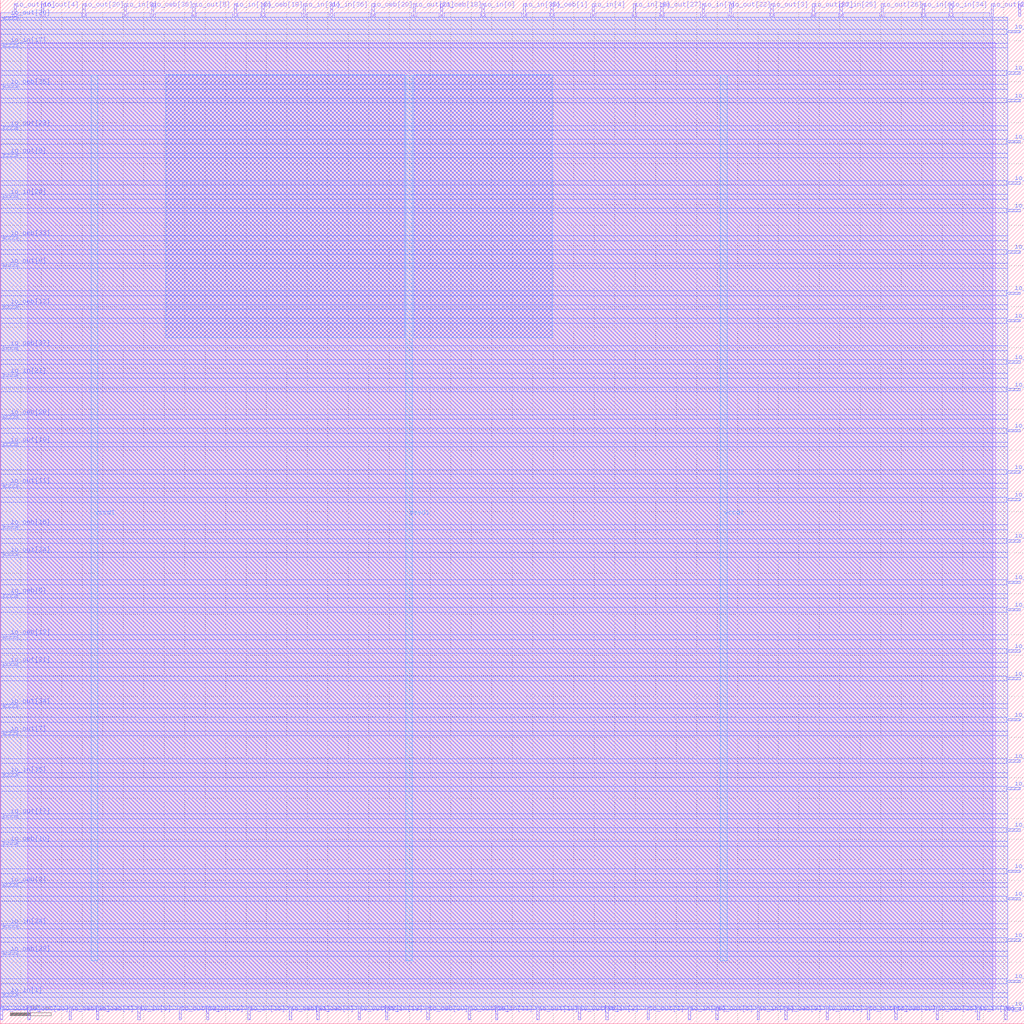
<source format=lef>
VERSION 5.7 ;
  NOWIREEXTENSIONATPIN ON ;
  DIVIDERCHAR "/" ;
  BUSBITCHARS "[]" ;
MACRO tiny_user_project
  CLASS BLOCK ;
  FOREIGN tiny_user_project ;
  ORIGIN 0.000 0.000 ;
  SIZE 250.000 BY 250.000 ;
  PIN io_in[0]
    DIRECTION INPUT ;
    USE SIGNAL ;
    PORT
      LAYER Metal2 ;
        RECT 117.600 246.000 118.160 249.000 ;
    END
  END io_in[0]
  PIN io_in[10]
    DIRECTION INPUT ;
    USE SIGNAL ;
    PORT
      LAYER Metal2 ;
        RECT 248.640 246.000 249.200 249.000 ;
    END
  END io_in[10]
  PIN io_in[11]
    DIRECTION INPUT ;
    USE SIGNAL ;
    PORT
      LAYER Metal2 ;
        RECT 120.960 1.000 121.520 4.000 ;
    END
  END io_in[11]
  PIN io_in[12]
    DIRECTION INPUT ;
    USE SIGNAL ;
    PORT
      LAYER Metal2 ;
        RECT 57.120 246.000 57.680 249.000 ;
    END
  END io_in[12]
  PIN io_in[13]
    DIRECTION INPUT ;
    USE SIGNAL ;
    PORT
      LAYER Metal2 ;
        RECT 245.280 1.000 245.840 4.000 ;
    END
  END io_in[13]
  PIN io_in[14]
    DIRECTION INPUT ;
    USE SIGNAL ;
    PORT
      LAYER Metal3 ;
        RECT 246.000 215.040 249.000 215.600 ;
    END
  END io_in[14]
  PIN io_in[15]
    DIRECTION INPUT ;
    USE SIGNAL ;
    PORT
      LAYER Metal2 ;
        RECT 184.800 1.000 185.360 4.000 ;
    END
  END io_in[15]
  PIN io_in[16]
    DIRECTION INPUT ;
    USE SIGNAL ;
    PORT
      LAYER Metal2 ;
        RECT 60.480 1.000 61.040 4.000 ;
    END
  END io_in[16]
  PIN io_in[17]
    DIRECTION INPUT ;
    USE SIGNAL ;
    PORT
      LAYER Metal3 ;
        RECT 1.000 238.560 4.000 239.120 ;
    END
  END io_in[17]
  PIN io_in[18]
    DIRECTION INPUT ;
    USE SIGNAL ;
    PORT
      LAYER Metal2 ;
        RECT 94.080 1.000 94.640 4.000 ;
    END
  END io_in[18]
  PIN io_in[19]
    DIRECTION INPUT ;
    USE SIGNAL ;
    PORT
      LAYER Metal2 ;
        RECT 154.560 246.000 155.120 249.000 ;
    END
  END io_in[19]
  PIN io_in[1]
    DIRECTION INPUT ;
    USE SIGNAL ;
    PORT
      LAYER Metal3 ;
        RECT 1.000 6.720 4.000 7.280 ;
    END
  END io_in[1]
  PIN io_in[20]
    DIRECTION INPUT ;
    USE SIGNAL ;
    PORT
      LAYER Metal2 ;
        RECT 168.000 1.000 168.560 4.000 ;
    END
  END io_in[20]
  PIN io_in[21]
    DIRECTION INPUT ;
    USE SIGNAL ;
    PORT
      LAYER Metal3 ;
        RECT 1.000 157.920 4.000 158.480 ;
    END
  END io_in[21]
  PIN io_in[22]
    DIRECTION INPUT ;
    USE SIGNAL ;
    PORT
      LAYER Metal3 ;
        RECT 246.000 100.800 249.000 101.360 ;
    END
  END io_in[22]
  PIN io_in[23]
    DIRECTION INPUT ;
    USE SIGNAL ;
    PORT
      LAYER Metal3 ;
        RECT 246.000 231.840 249.000 232.400 ;
    END
  END io_in[23]
  PIN io_in[24]
    DIRECTION INPUT ;
    USE SIGNAL ;
    PORT
      LAYER Metal3 ;
        RECT 1.000 23.520 4.000 24.080 ;
    END
  END io_in[24]
  PIN io_in[25]
    DIRECTION INPUT ;
    USE SIGNAL ;
    PORT
      LAYER Metal2 ;
        RECT 204.960 246.000 205.520 249.000 ;
    END
  END io_in[25]
  PIN io_in[26]
    DIRECTION INPUT ;
    USE SIGNAL ;
    PORT
      LAYER Metal3 ;
        RECT 1.000 201.600 4.000 202.160 ;
    END
  END io_in[26]
  PIN io_in[27]
    DIRECTION INPUT ;
    USE SIGNAL ;
    PORT
      LAYER Metal3 ;
        RECT 246.000 73.920 249.000 74.480 ;
    END
  END io_in[27]
  PIN io_in[28]
    DIRECTION INPUT ;
    USE SIGNAL ;
    PORT
      LAYER Metal3 ;
        RECT 246.000 204.960 249.000 205.520 ;
    END
  END io_in[28]
  PIN io_in[29]
    DIRECTION INPUT ;
    USE SIGNAL ;
    PORT
      LAYER Metal2 ;
        RECT 238.560 1.000 239.120 4.000 ;
    END
  END io_in[29]
  PIN io_in[2]
    DIRECTION INPUT ;
    USE SIGNAL ;
    PORT
      LAYER Metal2 ;
        RECT 147.840 1.000 148.400 4.000 ;
    END
  END io_in[2]
  PIN io_in[30]
    DIRECTION INPUT ;
    USE SIGNAL ;
    PORT
      LAYER Metal3 ;
        RECT 246.000 20.160 249.000 20.720 ;
    END
  END io_in[30]
  PIN io_in[31]
    DIRECTION INPUT ;
    USE SIGNAL ;
    PORT
      LAYER Metal2 ;
        RECT 73.920 246.000 74.480 249.000 ;
    END
  END io_in[31]
  PIN io_in[32]
    DIRECTION INPUT ;
    USE SIGNAL ;
    PORT
      LAYER Metal2 ;
        RECT 50.400 1.000 50.960 4.000 ;
    END
  END io_in[32]
  PIN io_in[33]
    DIRECTION INPUT ;
    USE SIGNAL ;
    PORT
      LAYER Metal2 ;
        RECT 127.680 246.000 128.240 249.000 ;
    END
  END io_in[33]
  PIN io_in[34]
    DIRECTION INPUT ;
    USE SIGNAL ;
    PORT
      LAYER Metal2 ;
        RECT 231.840 246.000 232.400 249.000 ;
    END
  END io_in[34]
  PIN io_in[35]
    DIRECTION INPUT ;
    USE SIGNAL ;
    PORT
      LAYER Metal3 ;
        RECT 1.000 60.480 4.000 61.040 ;
    END
  END io_in[35]
  PIN io_in[36]
    DIRECTION INPUT ;
    USE SIGNAL ;
    PORT
      LAYER Metal2 ;
        RECT 80.640 246.000 81.200 249.000 ;
    END
  END io_in[36]
  PIN io_in[37]
    DIRECTION INPUT ;
    USE SIGNAL ;
    PORT
      LAYER Metal3 ;
        RECT 246.000 225.120 249.000 225.680 ;
    END
  END io_in[37]
  PIN io_in[3]
    DIRECTION INPUT ;
    USE SIGNAL ;
    PORT
      LAYER Metal3 ;
        RECT 246.000 127.680 249.000 128.240 ;
    END
  END io_in[3]
  PIN io_in[4]
    DIRECTION INPUT ;
    USE SIGNAL ;
    PORT
      LAYER Metal2 ;
        RECT 144.480 246.000 145.040 249.000 ;
    END
  END io_in[4]
  PIN io_in[5]
    DIRECTION INPUT ;
    USE SIGNAL ;
    PORT
      LAYER Metal2 ;
        RECT 33.600 1.000 34.160 4.000 ;
    END
  END io_in[5]
  PIN io_in[6]
    DIRECTION INPUT ;
    USE SIGNAL ;
    PORT
      LAYER Metal2 ;
        RECT 225.120 246.000 225.680 249.000 ;
    END
  END io_in[6]
  PIN io_in[7]
    DIRECTION INPUT ;
    USE SIGNAL ;
    PORT
      LAYER Metal2 ;
        RECT 171.360 246.000 171.920 249.000 ;
    END
  END io_in[7]
  PIN io_in[8]
    DIRECTION INPUT ;
    USE SIGNAL ;
    PORT
      LAYER Metal2 ;
        RECT 30.240 246.000 30.800 249.000 ;
    END
  END io_in[8]
  PIN io_in[9]
    DIRECTION INPUT ;
    USE SIGNAL ;
    PORT
      LAYER Metal3 ;
        RECT 246.000 241.920 249.000 242.480 ;
    END
  END io_in[9]
  PIN io_oeb[0]
    DIRECTION OUTPUT TRISTATE ;
    USE SIGNAL ;
    PORT
      LAYER Metal2 ;
        RECT 77.280 1.000 77.840 4.000 ;
    END
  END io_oeb[0]
  PIN io_oeb[10]
    DIRECTION OUTPUT TRISTATE ;
    USE SIGNAL ;
    PORT
      LAYER Metal3 ;
        RECT 1.000 43.680 4.000 44.240 ;
    END
  END io_oeb[10]
  PIN io_oeb[11]
    DIRECTION OUTPUT TRISTATE ;
    USE SIGNAL ;
    PORT
      LAYER Metal3 ;
        RECT 246.000 171.360 249.000 171.920 ;
    END
  END io_oeb[11]
  PIN io_oeb[12]
    DIRECTION OUTPUT TRISTATE ;
    USE SIGNAL ;
    PORT
      LAYER Metal3 ;
        RECT 1.000 174.720 4.000 175.280 ;
    END
  END io_oeb[12]
  PIN io_oeb[13]
    DIRECTION OUTPUT TRISTATE ;
    USE SIGNAL ;
    PORT
      LAYER Metal3 ;
        RECT 1.000 94.080 4.000 94.640 ;
    END
  END io_oeb[13]
  PIN io_oeb[14]
    DIRECTION OUTPUT TRISTATE ;
    USE SIGNAL ;
    PORT
      LAYER Metal3 ;
        RECT 246.000 57.120 249.000 57.680 ;
    END
  END io_oeb[14]
  PIN io_oeb[15]
    DIRECTION OUTPUT TRISTATE ;
    USE SIGNAL ;
    PORT
      LAYER Metal2 ;
        RECT 218.400 1.000 218.960 4.000 ;
    END
  END io_oeb[15]
  PIN io_oeb[16]
    DIRECTION OUTPUT TRISTATE ;
    USE SIGNAL ;
    PORT
      LAYER Metal3 ;
        RECT 1.000 120.960 4.000 121.520 ;
    END
  END io_oeb[16]
  PIN io_oeb[17]
    DIRECTION OUTPUT TRISTATE ;
    USE SIGNAL ;
    PORT
      LAYER Metal3 ;
        RECT 246.000 134.400 249.000 134.960 ;
    END
  END io_oeb[17]
  PIN io_oeb[18]
    DIRECTION OUTPUT TRISTATE ;
    USE SIGNAL ;
    PORT
      LAYER Metal2 ;
        RECT 107.520 246.000 108.080 249.000 ;
    END
  END io_oeb[18]
  PIN io_oeb[19]
    DIRECTION OUTPUT TRISTATE ;
    USE SIGNAL ;
    PORT
      LAYER Metal2 ;
        RECT 63.840 246.000 64.400 249.000 ;
    END
  END io_oeb[19]
  PIN io_oeb[1]
    DIRECTION OUTPUT TRISTATE ;
    USE SIGNAL ;
    PORT
      LAYER Metal2 ;
        RECT 134.400 246.000 134.960 249.000 ;
    END
  END io_oeb[1]
  PIN io_oeb[20]
    DIRECTION OUTPUT TRISTATE ;
    USE SIGNAL ;
    PORT
      LAYER Metal2 ;
        RECT 90.720 246.000 91.280 249.000 ;
    END
  END io_oeb[20]
  PIN io_oeb[21]
    DIRECTION OUTPUT TRISTATE ;
    USE SIGNAL ;
    PORT
      LAYER Metal2 ;
        RECT 70.560 1.000 71.120 4.000 ;
    END
  END io_oeb[21]
  PIN io_oeb[22]
    DIRECTION OUTPUT TRISTATE ;
    USE SIGNAL ;
    PORT
      LAYER Metal3 ;
        RECT 246.000 63.840 249.000 64.400 ;
    END
  END io_oeb[22]
  PIN io_oeb[23]
    DIRECTION OUTPUT TRISTATE ;
    USE SIGNAL ;
    PORT
      LAYER Metal3 ;
        RECT 246.000 30.240 249.000 30.800 ;
    END
  END io_oeb[23]
  PIN io_oeb[24]
    DIRECTION OUTPUT TRISTATE ;
    USE SIGNAL ;
    PORT
      LAYER Metal3 ;
        RECT 246.000 161.280 249.000 161.840 ;
    END
  END io_oeb[24]
  PIN io_oeb[25]
    DIRECTION OUTPUT TRISTATE ;
    USE SIGNAL ;
    PORT
      LAYER Metal2 ;
        RECT 16.800 1.000 17.360 4.000 ;
    END
  END io_oeb[25]
  PIN io_oeb[26]
    DIRECTION OUTPUT TRISTATE ;
    USE SIGNAL ;
    PORT
      LAYER Metal2 ;
        RECT 228.480 1.000 229.040 4.000 ;
    END
  END io_oeb[26]
  PIN io_oeb[27]
    DIRECTION OUTPUT TRISTATE ;
    USE SIGNAL ;
    PORT
      LAYER Metal3 ;
        RECT 246.000 47.040 249.000 47.600 ;
    END
  END io_oeb[27]
  PIN io_oeb[28]
    DIRECTION OUTPUT TRISTATE ;
    USE SIGNAL ;
    PORT
      LAYER Metal3 ;
        RECT 1.000 147.840 4.000 148.400 ;
    END
  END io_oeb[28]
  PIN io_oeb[29]
    DIRECTION OUTPUT TRISTATE ;
    USE SIGNAL ;
    PORT
      LAYER Metal3 ;
        RECT 1.000 16.800 4.000 17.360 ;
    END
  END io_oeb[29]
  PIN io_oeb[2]
    DIRECTION OUTPUT TRISTATE ;
    USE SIGNAL ;
    PORT
      LAYER Metal2 ;
        RECT 201.600 1.000 202.160 4.000 ;
    END
  END io_oeb[2]
  PIN io_oeb[30]
    DIRECTION OUTPUT TRISTATE ;
    USE SIGNAL ;
    PORT
      LAYER Metal2 ;
        RECT 104.160 1.000 104.720 4.000 ;
    END
  END io_oeb[30]
  PIN io_oeb[31]
    DIRECTION OUTPUT TRISTATE ;
    USE SIGNAL ;
    PORT
      LAYER Metal3 ;
        RECT 246.000 84.000 249.000 84.560 ;
    END
  END io_oeb[31]
  PIN io_oeb[32]
    DIRECTION OUTPUT TRISTATE ;
    USE SIGNAL ;
    PORT
      LAYER Metal3 ;
        RECT 246.000 188.160 249.000 188.720 ;
    END
  END io_oeb[32]
  PIN io_oeb[33]
    DIRECTION OUTPUT TRISTATE ;
    USE SIGNAL ;
    PORT
      LAYER Metal3 ;
        RECT 1.000 191.520 4.000 192.080 ;
    END
  END io_oeb[33]
  PIN io_oeb[34]
    DIRECTION OUTPUT TRISTATE ;
    USE SIGNAL ;
    PORT
      LAYER Metal3 ;
        RECT 246.000 10.080 249.000 10.640 ;
    END
  END io_oeb[34]
  PIN io_oeb[35]
    DIRECTION OUTPUT TRISTATE ;
    USE SIGNAL ;
    PORT
      LAYER Metal3 ;
        RECT 1.000 228.480 4.000 229.040 ;
    END
  END io_oeb[35]
  PIN io_oeb[36]
    DIRECTION OUTPUT TRISTATE ;
    USE SIGNAL ;
    PORT
      LAYER Metal2 ;
        RECT 36.960 246.000 37.520 249.000 ;
    END
  END io_oeb[36]
  PIN io_oeb[37]
    DIRECTION OUTPUT TRISTATE ;
    USE SIGNAL ;
    PORT
      LAYER Metal3 ;
        RECT 1.000 164.640 4.000 165.200 ;
    END
  END io_oeb[37]
  PIN io_oeb[3]
    DIRECTION OUTPUT TRISTATE ;
    USE SIGNAL ;
    PORT
      LAYER Metal3 ;
        RECT 1.000 33.600 4.000 34.160 ;
    END
  END io_oeb[3]
  PIN io_oeb[4]
    DIRECTION OUTPUT TRISTATE ;
    USE SIGNAL ;
    PORT
      LAYER Metal2 ;
        RECT 23.520 1.000 24.080 4.000 ;
    END
  END io_oeb[4]
  PIN io_oeb[5]
    DIRECTION OUTPUT TRISTATE ;
    USE SIGNAL ;
    PORT
      LAYER Metal3 ;
        RECT 1.000 104.160 4.000 104.720 ;
    END
  END io_oeb[5]
  PIN io_oeb[6]
    DIRECTION OUTPUT TRISTATE ;
    USE SIGNAL ;
    PORT
      LAYER Metal3 ;
        RECT 246.000 3.360 249.000 3.920 ;
    END
  END io_oeb[6]
  PIN io_oeb[7]
    DIRECTION OUTPUT TRISTATE ;
    USE SIGNAL ;
    PORT
      LAYER Metal3 ;
        RECT 246.000 144.480 249.000 145.040 ;
    END
  END io_oeb[7]
  PIN io_oeb[8]
    DIRECTION OUTPUT TRISTATE ;
    USE SIGNAL ;
    PORT
      LAYER Metal3 ;
        RECT 246.000 90.720 249.000 91.280 ;
    END
  END io_oeb[8]
  PIN io_oeb[9]
    DIRECTION OUTPUT TRISTATE ;
    USE SIGNAL ;
    PORT
      LAYER Metal2 ;
        RECT 191.520 1.000 192.080 4.000 ;
    END
  END io_oeb[9]
  PIN io_out[0]
    DIRECTION OUTPUT TRISTATE ;
    USE SIGNAL ;
    PORT
      LAYER Metal3 ;
        RECT 1.000 184.800 4.000 185.360 ;
    END
  END io_out[0]
  PIN io_out[10]
    DIRECTION OUTPUT TRISTATE ;
    USE SIGNAL ;
    PORT
      LAYER Metal3 ;
        RECT 1.000 141.120 4.000 141.680 ;
    END
  END io_out[10]
  PIN io_out[11]
    DIRECTION OUTPUT TRISTATE ;
    USE SIGNAL ;
    PORT
      LAYER Metal3 ;
        RECT 1.000 131.040 4.000 131.600 ;
    END
  END io_out[11]
  PIN io_out[12]
    DIRECTION OUTPUT TRISTATE ;
    USE SIGNAL ;
    PORT
      LAYER Metal3 ;
        RECT 246.000 107.520 249.000 108.080 ;
    END
  END io_out[12]
  PIN io_out[13]
    DIRECTION OUTPUT TRISTATE ;
    USE SIGNAL ;
    PORT
      LAYER Metal3 ;
        RECT 246.000 178.080 249.000 178.640 ;
    END
  END io_out[13]
  PIN io_out[14]
    DIRECTION OUTPUT TRISTATE ;
    USE SIGNAL ;
    PORT
      LAYER Metal2 ;
        RECT 211.680 1.000 212.240 4.000 ;
    END
  END io_out[14]
  PIN io_out[15]
    DIRECTION OUTPUT TRISTATE ;
    USE SIGNAL ;
    PORT
      LAYER Metal3 ;
        RECT 246.000 198.240 249.000 198.800 ;
    END
  END io_out[15]
  PIN io_out[16]
    DIRECTION OUTPUT TRISTATE ;
    USE SIGNAL ;
    PORT
      LAYER Metal2 ;
        RECT 3.360 246.000 3.920 249.000 ;
    END
  END io_out[16]
  PIN io_out[17]
    DIRECTION OUTPUT TRISTATE ;
    USE SIGNAL ;
    PORT
      LAYER Metal3 ;
        RECT 1.000 50.400 4.000 50.960 ;
    END
  END io_out[17]
  PIN io_out[18]
    DIRECTION OUTPUT TRISTATE ;
    USE SIGNAL ;
    PORT
      LAYER Metal2 ;
        RECT 131.040 1.000 131.600 4.000 ;
    END
  END io_out[18]
  PIN io_out[19]
    DIRECTION OUTPUT TRISTATE ;
    USE SIGNAL ;
    PORT
      LAYER Metal2 ;
        RECT 0.000 1.000 0.560 4.000 ;
    END
  END io_out[19]
  PIN io_out[1]
    DIRECTION OUTPUT TRISTATE ;
    USE SIGNAL ;
    PORT
      LAYER Metal2 ;
        RECT 157.920 1.000 158.480 4.000 ;
    END
  END io_out[1]
  PIN io_out[20]
    DIRECTION OUTPUT TRISTATE ;
    USE SIGNAL ;
    PORT
      LAYER Metal2 ;
        RECT 20.160 246.000 20.720 249.000 ;
    END
  END io_out[20]
  PIN io_out[21]
    DIRECTION OUTPUT TRISTATE ;
    USE SIGNAL ;
    PORT
      LAYER Metal2 ;
        RECT 100.800 246.000 101.360 249.000 ;
    END
  END io_out[21]
  PIN io_out[22]
    DIRECTION OUTPUT TRISTATE ;
    USE SIGNAL ;
    PORT
      LAYER Metal2 ;
        RECT 178.080 246.000 178.640 249.000 ;
    END
  END io_out[22]
  PIN io_out[23]
    DIRECTION OUTPUT TRISTATE ;
    USE SIGNAL ;
    PORT
      LAYER Metal3 ;
        RECT 1.000 218.400 4.000 218.960 ;
    END
  END io_out[23]
  PIN io_out[24]
    DIRECTION OUTPUT TRISTATE ;
    USE SIGNAL ;
    PORT
      LAYER Metal3 ;
        RECT 1.000 114.240 4.000 114.800 ;
    END
  END io_out[24]
  PIN io_out[25]
    DIRECTION OUTPUT TRISTATE ;
    USE SIGNAL ;
    PORT
      LAYER Metal2 ;
        RECT 6.720 1.000 7.280 4.000 ;
    END
  END io_out[25]
  PIN io_out[26]
    DIRECTION OUTPUT TRISTATE ;
    USE SIGNAL ;
    PORT
      LAYER Metal2 ;
        RECT 215.040 246.000 215.600 249.000 ;
    END
  END io_out[26]
  PIN io_out[27]
    DIRECTION OUTPUT TRISTATE ;
    USE SIGNAL ;
    PORT
      LAYER Metal2 ;
        RECT 161.280 246.000 161.840 249.000 ;
    END
  END io_out[27]
  PIN io_out[28]
    DIRECTION OUTPUT TRISTATE ;
    USE SIGNAL ;
    PORT
      LAYER Metal2 ;
        RECT 114.240 1.000 114.800 4.000 ;
    END
  END io_out[28]
  PIN io_out[29]
    DIRECTION OUTPUT TRISTATE ;
    USE SIGNAL ;
    PORT
      LAYER Metal2 ;
        RECT 241.920 246.000 242.480 249.000 ;
    END
  END io_out[29]
  PIN io_out[2]
    DIRECTION OUTPUT TRISTATE ;
    USE SIGNAL ;
    PORT
      LAYER Metal3 ;
        RECT 246.000 36.960 249.000 37.520 ;
    END
  END io_out[2]
  PIN io_out[30]
    DIRECTION OUTPUT TRISTATE ;
    USE SIGNAL ;
    PORT
      LAYER Metal3 ;
        RECT 1.000 245.280 4.000 245.840 ;
    END
  END io_out[30]
  PIN io_out[31]
    DIRECTION OUTPUT TRISTATE ;
    USE SIGNAL ;
    PORT
      LAYER Metal3 ;
        RECT 1.000 87.360 4.000 87.920 ;
    END
  END io_out[31]
  PIN io_out[32]
    DIRECTION OUTPUT TRISTATE ;
    USE SIGNAL ;
    PORT
      LAYER Metal2 ;
        RECT 43.680 1.000 44.240 4.000 ;
    END
  END io_out[32]
  PIN io_out[33]
    DIRECTION OUTPUT TRISTATE ;
    USE SIGNAL ;
    PORT
      LAYER Metal2 ;
        RECT 87.360 1.000 87.920 4.000 ;
    END
  END io_out[33]
  PIN io_out[34]
    DIRECTION OUTPUT TRISTATE ;
    USE SIGNAL ;
    PORT
      LAYER Metal3 ;
        RECT 1.000 77.280 4.000 77.840 ;
    END
  END io_out[34]
  PIN io_out[35]
    DIRECTION OUTPUT TRISTATE ;
    USE SIGNAL ;
    PORT
      LAYER Metal3 ;
        RECT 246.000 154.560 249.000 155.120 ;
    END
  END io_out[35]
  PIN io_out[36]
    DIRECTION OUTPUT TRISTATE ;
    USE SIGNAL ;
    PORT
      LAYER Metal2 ;
        RECT 141.120 1.000 141.680 4.000 ;
    END
  END io_out[36]
  PIN io_out[37]
    DIRECTION OUTPUT TRISTATE ;
    USE SIGNAL ;
    PORT
      LAYER Metal2 ;
        RECT 198.240 246.000 198.800 249.000 ;
    END
  END io_out[37]
  PIN io_out[3]
    DIRECTION OUTPUT TRISTATE ;
    USE SIGNAL ;
    PORT
      LAYER Metal2 ;
        RECT 188.160 246.000 188.720 249.000 ;
    END
  END io_out[3]
  PIN io_out[4]
    DIRECTION OUTPUT TRISTATE ;
    USE SIGNAL ;
    PORT
      LAYER Metal2 ;
        RECT 10.080 246.000 10.640 249.000 ;
    END
  END io_out[4]
  PIN io_out[5]
    DIRECTION OUTPUT TRISTATE ;
    USE SIGNAL ;
    PORT
      LAYER Metal2 ;
        RECT 47.040 246.000 47.600 249.000 ;
    END
  END io_out[5]
  PIN io_out[6]
    DIRECTION OUTPUT TRISTATE ;
    USE SIGNAL ;
    PORT
      LAYER Metal2 ;
        RECT 174.720 1.000 175.280 4.000 ;
    END
  END io_out[6]
  PIN io_out[7]
    DIRECTION OUTPUT TRISTATE ;
    USE SIGNAL ;
    PORT
      LAYER Metal3 ;
        RECT 1.000 70.560 4.000 71.120 ;
    END
  END io_out[7]
  PIN io_out[8]
    DIRECTION OUTPUT TRISTATE ;
    USE SIGNAL ;
    PORT
      LAYER Metal3 ;
        RECT 1.000 211.680 4.000 212.240 ;
    END
  END io_out[8]
  PIN io_out[9]
    DIRECTION OUTPUT TRISTATE ;
    USE SIGNAL ;
    PORT
      LAYER Metal3 ;
        RECT 246.000 117.600 249.000 118.160 ;
    END
  END io_out[9]
  PIN vccd1
    DIRECTION INOUT ;
    USE POWER ;
    PORT
      LAYER Metal4 ;
        RECT 22.240 15.380 23.840 231.580 ;
    END
    PORT
      LAYER Metal4 ;
        RECT 175.840 15.380 177.440 231.580 ;
    END
  END vccd1
  PIN vssd1
    DIRECTION INOUT ;
    USE GROUND ;
    PORT
      LAYER Metal4 ;
        RECT 99.040 15.380 100.640 231.580 ;
    END
  END vssd1
  OBS
      LAYER Metal1 ;
        RECT 6.720 8.550 243.040 239.530 ;
      LAYER Metal2 ;
        RECT 0.140 245.700 3.060 246.820 ;
        RECT 4.220 245.700 9.780 246.820 ;
        RECT 10.940 245.700 19.860 246.820 ;
        RECT 21.020 245.700 29.940 246.820 ;
        RECT 31.100 245.700 36.660 246.820 ;
        RECT 37.820 245.700 46.740 246.820 ;
        RECT 47.900 245.700 56.820 246.820 ;
        RECT 57.980 245.700 63.540 246.820 ;
        RECT 64.700 245.700 73.620 246.820 ;
        RECT 74.780 245.700 80.340 246.820 ;
        RECT 81.500 245.700 90.420 246.820 ;
        RECT 91.580 245.700 100.500 246.820 ;
        RECT 101.660 245.700 107.220 246.820 ;
        RECT 108.380 245.700 117.300 246.820 ;
        RECT 118.460 245.700 127.380 246.820 ;
        RECT 128.540 245.700 134.100 246.820 ;
        RECT 135.260 245.700 144.180 246.820 ;
        RECT 145.340 245.700 154.260 246.820 ;
        RECT 155.420 245.700 160.980 246.820 ;
        RECT 162.140 245.700 171.060 246.820 ;
        RECT 172.220 245.700 177.780 246.820 ;
        RECT 178.940 245.700 187.860 246.820 ;
        RECT 189.020 245.700 197.940 246.820 ;
        RECT 199.100 245.700 204.660 246.820 ;
        RECT 205.820 245.700 214.740 246.820 ;
        RECT 215.900 245.700 224.820 246.820 ;
        RECT 225.980 245.700 231.540 246.820 ;
        RECT 232.700 245.700 241.620 246.820 ;
        RECT 0.140 4.300 242.340 245.700 ;
        RECT 0.860 3.450 6.420 4.300 ;
        RECT 7.580 3.450 16.500 4.300 ;
        RECT 17.660 3.450 23.220 4.300 ;
        RECT 24.380 3.450 33.300 4.300 ;
        RECT 34.460 3.450 43.380 4.300 ;
        RECT 44.540 3.450 50.100 4.300 ;
        RECT 51.260 3.450 60.180 4.300 ;
        RECT 61.340 3.450 70.260 4.300 ;
        RECT 71.420 3.450 76.980 4.300 ;
        RECT 78.140 3.450 87.060 4.300 ;
        RECT 88.220 3.450 93.780 4.300 ;
        RECT 94.940 3.450 103.860 4.300 ;
        RECT 105.020 3.450 113.940 4.300 ;
        RECT 115.100 3.450 120.660 4.300 ;
        RECT 121.820 3.450 130.740 4.300 ;
        RECT 131.900 3.450 140.820 4.300 ;
        RECT 141.980 3.450 147.540 4.300 ;
        RECT 148.700 3.450 157.620 4.300 ;
        RECT 158.780 3.450 167.700 4.300 ;
        RECT 168.860 3.450 174.420 4.300 ;
        RECT 175.580 3.450 184.500 4.300 ;
        RECT 185.660 3.450 191.220 4.300 ;
        RECT 192.380 3.450 201.300 4.300 ;
        RECT 202.460 3.450 211.380 4.300 ;
        RECT 212.540 3.450 218.100 4.300 ;
        RECT 219.260 3.450 228.180 4.300 ;
        RECT 229.340 3.450 238.260 4.300 ;
        RECT 239.420 3.450 242.340 4.300 ;
      LAYER Metal3 ;
        RECT 0.090 244.980 0.700 245.700 ;
        RECT 4.300 244.980 246.000 245.700 ;
        RECT 0.090 242.780 246.000 244.980 ;
        RECT 0.090 241.620 245.700 242.780 ;
        RECT 0.090 239.420 246.000 241.620 ;
        RECT 0.090 238.260 0.700 239.420 ;
        RECT 4.300 238.260 246.000 239.420 ;
        RECT 0.090 232.700 246.000 238.260 ;
        RECT 0.090 231.540 245.700 232.700 ;
        RECT 0.090 229.340 246.000 231.540 ;
        RECT 0.090 228.180 0.700 229.340 ;
        RECT 4.300 228.180 246.000 229.340 ;
        RECT 0.090 225.980 246.000 228.180 ;
        RECT 0.090 224.820 245.700 225.980 ;
        RECT 0.090 219.260 246.000 224.820 ;
        RECT 0.090 218.100 0.700 219.260 ;
        RECT 4.300 218.100 246.000 219.260 ;
        RECT 0.090 215.900 246.000 218.100 ;
        RECT 0.090 214.740 245.700 215.900 ;
        RECT 0.090 212.540 246.000 214.740 ;
        RECT 0.090 211.380 0.700 212.540 ;
        RECT 4.300 211.380 246.000 212.540 ;
        RECT 0.090 205.820 246.000 211.380 ;
        RECT 0.090 204.660 245.700 205.820 ;
        RECT 0.090 202.460 246.000 204.660 ;
        RECT 0.090 201.300 0.700 202.460 ;
        RECT 4.300 201.300 246.000 202.460 ;
        RECT 0.090 199.100 246.000 201.300 ;
        RECT 0.090 197.940 245.700 199.100 ;
        RECT 0.090 192.380 246.000 197.940 ;
        RECT 0.090 191.220 0.700 192.380 ;
        RECT 4.300 191.220 246.000 192.380 ;
        RECT 0.090 189.020 246.000 191.220 ;
        RECT 0.090 187.860 245.700 189.020 ;
        RECT 0.090 185.660 246.000 187.860 ;
        RECT 0.090 184.500 0.700 185.660 ;
        RECT 4.300 184.500 246.000 185.660 ;
        RECT 0.090 178.940 246.000 184.500 ;
        RECT 0.090 177.780 245.700 178.940 ;
        RECT 0.090 175.580 246.000 177.780 ;
        RECT 0.090 174.420 0.700 175.580 ;
        RECT 4.300 174.420 246.000 175.580 ;
        RECT 0.090 172.220 246.000 174.420 ;
        RECT 0.090 171.060 245.700 172.220 ;
        RECT 0.090 165.500 246.000 171.060 ;
        RECT 0.090 164.340 0.700 165.500 ;
        RECT 4.300 164.340 246.000 165.500 ;
        RECT 0.090 162.140 246.000 164.340 ;
        RECT 0.090 160.980 245.700 162.140 ;
        RECT 0.090 158.780 246.000 160.980 ;
        RECT 0.090 157.620 0.700 158.780 ;
        RECT 4.300 157.620 246.000 158.780 ;
        RECT 0.090 155.420 246.000 157.620 ;
        RECT 0.090 154.260 245.700 155.420 ;
        RECT 0.090 148.700 246.000 154.260 ;
        RECT 0.090 147.540 0.700 148.700 ;
        RECT 4.300 147.540 246.000 148.700 ;
        RECT 0.090 145.340 246.000 147.540 ;
        RECT 0.090 144.180 245.700 145.340 ;
        RECT 0.090 141.980 246.000 144.180 ;
        RECT 0.090 140.820 0.700 141.980 ;
        RECT 4.300 140.820 246.000 141.980 ;
        RECT 0.090 135.260 246.000 140.820 ;
        RECT 0.090 134.100 245.700 135.260 ;
        RECT 0.090 131.900 246.000 134.100 ;
        RECT 0.090 130.740 0.700 131.900 ;
        RECT 4.300 130.740 246.000 131.900 ;
        RECT 0.090 128.540 246.000 130.740 ;
        RECT 0.090 127.380 245.700 128.540 ;
        RECT 0.090 121.820 246.000 127.380 ;
        RECT 0.090 120.660 0.700 121.820 ;
        RECT 4.300 120.660 246.000 121.820 ;
        RECT 0.090 118.460 246.000 120.660 ;
        RECT 0.090 117.300 245.700 118.460 ;
        RECT 0.090 115.100 246.000 117.300 ;
        RECT 0.090 113.940 0.700 115.100 ;
        RECT 4.300 113.940 246.000 115.100 ;
        RECT 0.090 108.380 246.000 113.940 ;
        RECT 0.090 107.220 245.700 108.380 ;
        RECT 0.090 105.020 246.000 107.220 ;
        RECT 0.090 103.860 0.700 105.020 ;
        RECT 4.300 103.860 246.000 105.020 ;
        RECT 0.090 101.660 246.000 103.860 ;
        RECT 0.090 100.500 245.700 101.660 ;
        RECT 0.090 94.940 246.000 100.500 ;
        RECT 0.090 93.780 0.700 94.940 ;
        RECT 4.300 93.780 246.000 94.940 ;
        RECT 0.090 91.580 246.000 93.780 ;
        RECT 0.090 90.420 245.700 91.580 ;
        RECT 0.090 88.220 246.000 90.420 ;
        RECT 0.090 87.060 0.700 88.220 ;
        RECT 4.300 87.060 246.000 88.220 ;
        RECT 0.090 84.860 246.000 87.060 ;
        RECT 0.090 83.700 245.700 84.860 ;
        RECT 0.090 78.140 246.000 83.700 ;
        RECT 0.090 76.980 0.700 78.140 ;
        RECT 4.300 76.980 246.000 78.140 ;
        RECT 0.090 74.780 246.000 76.980 ;
        RECT 0.090 73.620 245.700 74.780 ;
        RECT 0.090 71.420 246.000 73.620 ;
        RECT 0.090 70.260 0.700 71.420 ;
        RECT 4.300 70.260 246.000 71.420 ;
        RECT 0.090 64.700 246.000 70.260 ;
        RECT 0.090 63.540 245.700 64.700 ;
        RECT 0.090 61.340 246.000 63.540 ;
        RECT 0.090 60.180 0.700 61.340 ;
        RECT 4.300 60.180 246.000 61.340 ;
        RECT 0.090 57.980 246.000 60.180 ;
        RECT 0.090 56.820 245.700 57.980 ;
        RECT 0.090 51.260 246.000 56.820 ;
        RECT 0.090 50.100 0.700 51.260 ;
        RECT 4.300 50.100 246.000 51.260 ;
        RECT 0.090 47.900 246.000 50.100 ;
        RECT 0.090 46.740 245.700 47.900 ;
        RECT 0.090 44.540 246.000 46.740 ;
        RECT 0.090 43.380 0.700 44.540 ;
        RECT 4.300 43.380 246.000 44.540 ;
        RECT 0.090 37.820 246.000 43.380 ;
        RECT 0.090 36.660 245.700 37.820 ;
        RECT 0.090 34.460 246.000 36.660 ;
        RECT 0.090 33.300 0.700 34.460 ;
        RECT 4.300 33.300 246.000 34.460 ;
        RECT 0.090 31.100 246.000 33.300 ;
        RECT 0.090 29.940 245.700 31.100 ;
        RECT 0.090 24.380 246.000 29.940 ;
        RECT 0.090 23.220 0.700 24.380 ;
        RECT 4.300 23.220 246.000 24.380 ;
        RECT 0.090 21.020 246.000 23.220 ;
        RECT 0.090 19.860 245.700 21.020 ;
        RECT 0.090 17.660 246.000 19.860 ;
        RECT 0.090 16.500 0.700 17.660 ;
        RECT 4.300 16.500 246.000 17.660 ;
        RECT 0.090 10.940 246.000 16.500 ;
        RECT 0.090 9.780 245.700 10.940 ;
        RECT 0.090 7.580 246.000 9.780 ;
        RECT 0.090 6.420 0.700 7.580 ;
        RECT 4.300 6.420 246.000 7.580 ;
        RECT 0.090 4.220 246.000 6.420 ;
        RECT 0.090 3.500 245.700 4.220 ;
      LAYER Metal4 ;
        RECT 40.460 167.530 98.740 231.750 ;
        RECT 100.940 167.530 134.820 231.750 ;
  END
END tiny_user_project
END LIBRARY


</source>
